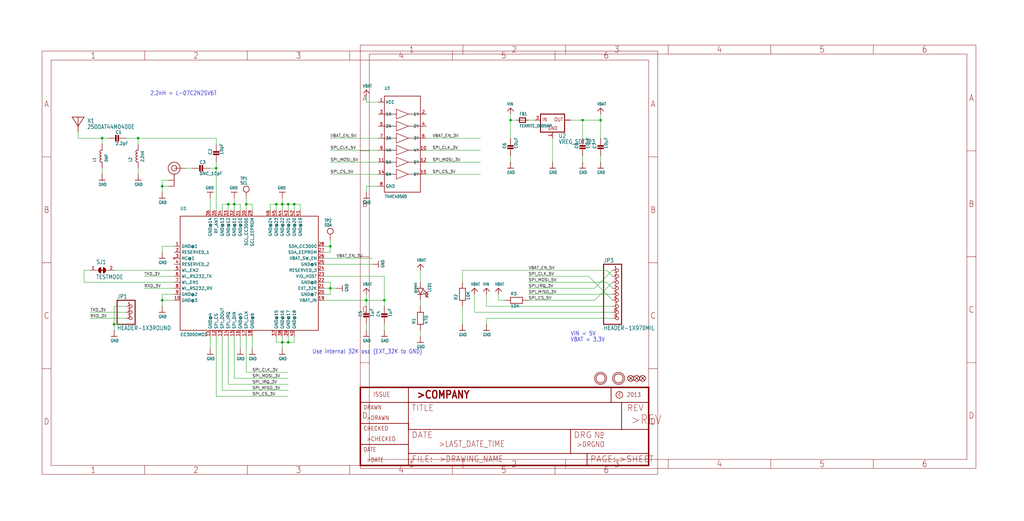
<source format=kicad_sch>
(kicad_sch (version 20211123) (generator eeschema)
  (paper "User" 433.07 220.421)
  (lib_symbols
    (symbol "schematicEagle-eagle-import:74HC4050D"
      (property "Reference" "U" (at -7.62 22.86 0))
      (property "Value" "74HC4050D" (at -7.62 -22.86 0))
      (symbol "74HC4050D_1_0"
        (pin bidirectional line (at -10.16 17.78 0) (length 2.54) (name "VCC") (number "1"))
        (pin bidirectional line (at 10.16 -2.54 180) (length 2.54) (name "4Y") (number "10"))
        (pin bidirectional line (at -10.16 -7.62 0) (length 2.54) (name "5A") (number "11"))
        (pin bidirectional line (at 10.16 -7.62 180) (length 2.54) (name "5Y") (number "12"))
        (pin bidirectional line (at -10.16 -12.7 0) (length 2.54) (name "6A") (number "14"))
        (pin bidirectional line (at 10.16 -12.7 180) (length 2.54) (name "6Y") (number "15"))
        (pin bidirectional line (at 10.16 12.7 180) (length 2.54) (name "1Y") (number "2"))
        (pin bidirectional line (at -10.16 12.7 0) (length 2.54) (name "1A") (number "3"))
        (pin bidirectional line (at 10.16 7.62 180) (length 2.54) (name "2Y") (number "4"))
        (pin bidirectional line (at -10.16 7.62 0) (length 2.54) (name "2A") (number "5"))
        (pin bidirectional line (at 10.16 2.54 180) (length 2.54) (name "3Y") (number "6"))
        (pin bidirectional line (at -10.16 2.54 0) (length 2.54) (name "3A") (number "7"))
        (pin bidirectional line (at -10.16 -17.78 0) (length 2.54) (name "GND") (number "8"))
        (pin bidirectional line (at -10.16 -2.54 0) (length 2.54) (name "4A") (number "9"))
      )
    )
    (symbol "schematicEagle-eagle-import:ANTENNA_JOHANSON_2500AT44M0400"
      (property "Reference" "X" (at 3.81 1.27 0))
      (property "Value" "ANTENNA_JOHANSON_2500AT44M0400" (at 3.81 -1.27 0))
      (symbol "ANTENNA_JOHANSON_2500AT44M0400_1_0"
        (pin passive line (at 0 -2.54 90) (length 2.54) (name "P$1") (number "FEED"))
      )
    )
    (symbol "schematicEagle-eagle-import:CAP_CERAMIC_0402"
      (property "Reference" "C" (at -1.79 0.54 90))
      (property "Value" "CAP_CERAMIC_0402" (at 3 0.54 90))
      (symbol "CAP_CERAMIC_0402_1_0"
        (pin passive line (at 0 5.08 270) (length 2.54) (name "1") (number "1"))
        (pin passive line (at 0 -2.54 90) (length 2.54) (name "2") (number "2"))
      )
    )
    (symbol "schematicEagle-eagle-import:CAP_CERAMIC_0805MP"
      (property "Reference" "C" (at -1.79 0.54 90))
      (property "Value" "CAP_CERAMIC_0805MP" (at 3 0.54 90))
      (symbol "CAP_CERAMIC_0805MP_1_0"
        (pin passive line (at 0 5.08 270) (length 2.54) (name "1") (number "1"))
        (pin passive line (at 0 -2.54 90) (length 2.54) (name "2") (number "2"))
      )
    )
    (symbol "schematicEagle-eagle-import:CC3000MOD"
      (property "Reference" "U" (at -30.48 25.4 0))
      (property "Value" "CC3000MOD" (at -30.48 -27.94 0))
      (symbol "CC3000MOD_1_0"
        (pin power_in line (at -33.02 10.16 0) (length 2.54) (name "GND@1") (number "1"))
        (pin power_in line (at -33.02 -12.7 0) (length 2.54) (name "GND@3") (number "10"))
        (pin power_in line (at -17.78 -27.94 90) (length 2.54) (name "GND@4") (number "11"))
        (pin input line (at -15.24 -27.94 90) (length 2.54) (name "SPI_CS") (number "12"))
        (pin output line (at -12.7 -27.94 90) (length 2.54) (name "SPI_DOUT") (number "13"))
        (pin output line (at -10.16 -27.94 90) (length 2.54) (name "SPI_IRQ") (number "14"))
        (pin input line (at -7.62 -27.94 90) (length 2.54) (name "SPI_DIN") (number "15"))
        (pin power_in line (at -5.08 -27.94 90) (length 2.54) (name "GND@5") (number "16"))
        (pin input line (at -2.54 -27.94 90) (length 2.54) (name "SPI_CLK") (number "17"))
        (pin power_in line (at 0 -27.94 90) (length 2.54) (name "GND@6") (number "18"))
        (pin power_in line (at 30.48 -12.7 180) (length 2.54) (name "VBAT_IN") (number "19"))
        (pin bidirectional line (at -33.02 7.62 0) (length 2.54) (name "RESERVED_1") (number "2"))
        (pin power_in line (at 30.48 -10.16 180) (length 2.54) (name "GND@7") (number "20"))
        (pin bidirectional line (at 30.48 -7.62 180) (length 2.54) (name "EXT_32K") (number "21"))
        (pin power_in line (at 30.48 -5.08 180) (length 2.54) (name "GND@8") (number "22"))
        (pin power_in line (at 30.48 -2.54 180) (length 2.54) (name "VIO_HOST") (number "23"))
        (pin bidirectional line (at 30.48 0 180) (length 2.54) (name "RESERVED_3") (number "24"))
        (pin power_in line (at 30.48 2.54 180) (length 2.54) (name "GND@9") (number "25"))
        (pin input line (at 30.48 5.08 180) (length 2.54) (name "VBAT_SW_EN") (number "26"))
        (pin bidirectional line (at 30.48 7.62 180) (length 2.54) (name "SDA_EEPROM") (number "27"))
        (pin bidirectional line (at 30.48 10.16 180) (length 2.54) (name "SDA_CC3000") (number "28"))
        (pin bidirectional line (at 0 25.4 270) (length 2.54) (name "SCL_EEPROM") (number "29"))
        (pin no_connect line (at -33.02 5.08 0) (length 2.54) (name "NC@1") (number "3"))
        (pin bidirectional line (at -2.54 25.4 270) (length 2.54) (name "SCL_CC3000") (number "30"))
        (pin power_in line (at -5.08 25.4 270) (length 2.54) (name "GND@10") (number "31"))
        (pin power_in line (at -7.62 25.4 270) (length 2.54) (name "GND@11") (number "32"))
        (pin power_in line (at -10.16 25.4 270) (length 2.54) (name "GND@12") (number "33"))
        (pin power_in line (at -12.7 25.4 270) (length 2.54) (name "GND@13") (number "34"))
        (pin bidirectional line (at -15.24 25.4 270) (length 2.54) (name "RF_ANT") (number "35"))
        (pin power_in line (at -17.78 25.4 270) (length 2.54) (name "GND@14") (number "36"))
        (pin power_in line (at 10.16 -27.94 90) (length 2.54) (name "GND@15") (number "37"))
        (pin power_in line (at 12.7 -27.94 90) (length 2.54) (name "GND@16") (number "38"))
        (pin power_in line (at 15.24 -27.94 90) (length 2.54) (name "GND@17") (number "39"))
        (pin bidirectional line (at -33.02 2.54 0) (length 2.54) (name "RESERVED_2") (number "4"))
        (pin power_in line (at 17.78 -27.94 90) (length 2.54) (name "GND@18") (number "40"))
        (pin power_in line (at 20.32 25.4 270) (length 2.54) (name "GND@19") (number "41"))
        (pin power_in line (at 17.78 25.4 270) (length 2.54) (name "GND@20") (number "42"))
        (pin power_in line (at 15.24 25.4 270) (length 2.54) (name "GND@21") (number "43"))
        (pin power_in line (at 12.7 25.4 270) (length 2.54) (name "GND@22") (number "44"))
        (pin power_in line (at 10.16 25.4 270) (length 2.54) (name "GND@23") (number "45"))
        (pin power_in line (at 7.62 25.4 270) (length 2.54) (name "GND@24") (number "46"))
        (pin input line (at -33.02 0 0) (length 2.54) (name "WL_EN2") (number "5"))
        (pin output line (at -33.02 -2.54 0) (length 2.54) (name "WL_RS232_TX") (number "6"))
        (pin input line (at -33.02 -5.08 0) (length 2.54) (name "WL_EN1") (number "7"))
        (pin input line (at -33.02 -7.62 0) (length 2.54) (name "WL_RS232_RX") (number "8"))
        (pin power_in line (at -33.02 -10.16 0) (length 2.54) (name "GND@2") (number "9"))
      )
    )
    (symbol "schematicEagle-eagle-import:FERRITE_0805MP"
      (property "Reference" "FB" (at -1.27 1.905 0))
      (property "Value" "FERRITE_0805MP" (at -1.27 -3.175 0))
      (symbol "FERRITE_0805MP_1_0"
        (pin passive line (at -2.54 0 0) (length 2.54) (name "P$1") (number "1"))
        (pin passive line (at 2.54 0 180) (length 2.54) (name "P$2") (number "2"))
      )
    )
    (symbol "schematicEagle-eagle-import:FIDUCIAL{dblquote}{dblquote}")
    (symbol "schematicEagle-eagle-import:FRAME_A4"
      (symbol "FRAME_A4_0_0"
        (text "1" (at 21.6958 1.905 0) (effects (font (size 2.54 2.286))))
        (text "1" (at 21.6958 177.165 0) (effects (font (size 2.54 2.286))))
        (text "2" (at 65.0875 1.905 0) (effects (font (size 2.54 2.286))))
        (text "2" (at 65.0875 177.165 0) (effects (font (size 2.54 2.286))))
        (text "3" (at 108.4792 1.905 0) (effects (font (size 2.54 2.286))))
        (text "3" (at 108.4792 177.165 0) (effects (font (size 2.54 2.286))))
        (text "4" (at 151.8708 1.905 0) (effects (font (size 2.54 2.286))))
        (text "4" (at 151.8708 177.165 0) (effects (font (size 2.54 2.286))))
        (text "5" (at 195.2625 1.905 0) (effects (font (size 2.54 2.286))))
        (text "5" (at 195.2625 177.165 0) (effects (font (size 2.54 2.286))))
        (text "6" (at 238.6542 1.905 0) (effects (font (size 2.54 2.286))))
        (text "6" (at 238.6542 177.165 0) (effects (font (size 2.54 2.286))))
        (text "A" (at 1.905 156.6863 0) (effects (font (size 2.54 2.286))))
        (text "A" (at 258.445 156.6863 0) (effects (font (size 2.54 2.286))))
        (text "B" (at 1.905 111.9188 0) (effects (font (size 2.54 2.286))))
        (text "B" (at 258.445 111.9188 0) (effects (font (size 2.54 2.286))))
        (text "C" (at 1.905 67.1513 0) (effects (font (size 2.54 2.286))))
        (text "C" (at 258.445 67.1513 0) (effects (font (size 2.54 2.286))))
        (text "D" (at 1.905 22.3838 0) (effects (font (size 2.54 2.286))))
        (text "D" (at 258.445 22.3838 0) (effects (font (size 2.54 2.286))))
      )
      (symbol "FRAME_A4_2_0"
        (text "PART OR WHOLE IS STRICTLY PROHIBITED WITHOUT WRITTEN PERMISSION!" (at 3.81 -5.08 0) (effects (font (size 1.27 1.0795)) (justify left bottom)))
        (text "PROPRIETARY" (at 3.81 -10.16 0) (effects (font (size 2.54 2.159) (thickness 0.4318) bold) (justify left bottom)))
        (text "THIS DRAWING CONTAINS CONFIDENTIAL INFORMATION. ANY REPRODUCTION IN" (at 3.81 -2.794 0) (effects (font (size 1.27 1.0795)) (justify left bottom)))
      )
      (symbol "FRAME_A4_3_0"
        (text "2013" (at 112.7125 30.1625 0) (effects (font (size 1.778 1.5113)) (justify left bottom)))
        (text ">CHECKED" (at 2.54 11.43 0) (effects (font (size 1.778 1.5113)) (justify left bottom)))
        (text ">COMPANY" (at 23.6538 29.3687 0) (effects (font (size 3.175 2.6987) (thickness 0.5397) bold) (justify left bottom)))
        (text ">DATE" (at 2.54 2.54 0) (effects (font (size 1.778 1.5113)) (justify left bottom)))
        (text ">DRAWING_NAME" (at 33.3375 2.54 0) (effects (font (size 2.54 2.159)) (justify left bottom)))
        (text ">DRAWN" (at 2.54 20.32 0) (effects (font (size 1.778 1.5113)) (justify left bottom)))
        (text ">DRGNO" (at 91.44 8.89 0) (effects (font (size 2.1844 1.8567)) (justify left bottom)))
        (text ">LAST_DATE_TIME" (at 33.02 8.89 0) (effects (font (size 2.54 2.159)) (justify left bottom)))
        (text ">REV" (at 114.3 18.415 0) (effects (font (size 3.81 3.2385)) (justify left bottom)))
        (text ">SHEET" (at 109.22 2.54 0) (effects (font (size 2.54 2.54)) (justify left bottom)))
        (text "C" (at 109.0612 30.48 0) (effects (font (size 1.27 1.0795)) (justify left bottom)))
        (text "CHECKED" (at 1.27 15.875 0) (effects (font (size 1.778 1.5113)) (justify left bottom)))
        (text "DATE" (at 1.27 6.985 0) (effects (font (size 1.778 1.5113)) (justify left bottom)))
        (text "DATE" (at 21.59 12.7 0) (effects (font (size 2.54 2.54)) (justify left bottom)))
        (text "DRAWN" (at 1.27 24.765 0) (effects (font (size 1.778 1.5113)) (justify left bottom)))
        (text "DRG" (at 90.17 12.7 0) (effects (font (size 2.54 2.54)) (justify left bottom)))
        (text "FILE:" (at 21.59 2.54 0) (effects (font (size 2.54 2.54)) (justify left bottom)))
        (text "ISSUE" (at 5.3975 30.1625 0) (effects (font (size 1.9304 1.6408)) (justify left bottom)))
        (text "N" (at 98.7425 12.7 0) (effects (font (size 2.54 2.54)) (justify left bottom)))
        (text "o" (at 101.2825 13.6525 0) (effects (font (size 2.1844 1.8567)) (justify left bottom)))
        (text "PAGE:" (at 97.155 2.54 0) (effects (font (size 2.54 2.54)) (justify left bottom)))
        (text "REV" (at 112.7125 24.13 0) (effects (font (size 2.54 2.54)) (justify left bottom)))
        (text "TITLE" (at 21.59 24.13 0) (effects (font (size 2.54 2.54)) (justify left bottom)))
      )
    )
    (symbol "schematicEagle-eagle-import:GND" (power)
      (property "Value" "GND" (at -1.524 -2.54 0))
      (symbol "GND_1_0"
        (pin power_in line (at 0 2.54 270) (length 2.54) (name "GND") (number "1"))
      )
    )
    (symbol "schematicEagle-eagle-import:HEADER-1X3ROUND"
      (property "Reference" "JP" (at -6.35 5.715 0))
      (property "Value" "HEADER-1X3ROUND" (at -6.35 -7.62 0))
      (symbol "HEADER-1X3ROUND_1_0"
        (pin passive inverted (at -2.54 2.54 0) (length 2.54) (name "1") (number "1"))
        (pin passive inverted (at -2.54 0 0) (length 2.54) (name "2") (number "2"))
        (pin passive inverted (at -2.54 -2.54 0) (length 2.54) (name "3") (number "3"))
      )
    )
    (symbol "schematicEagle-eagle-import:HEADER-1X970MIL"
      (property "Reference" "JP" (at -6.35 13.335 0))
      (property "Value" "HEADER-1X970MIL" (at -6.35 -15.24 0))
      (symbol "HEADER-1X970MIL_1_0"
        (pin passive inverted (at -2.54 10.16 0) (length 2.54) (name "1") (number "1"))
        (pin passive inverted (at -2.54 7.62 0) (length 2.54) (name "2") (number "2"))
        (pin passive inverted (at -2.54 5.08 0) (length 2.54) (name "3") (number "3"))
        (pin passive inverted (at -2.54 2.54 0) (length 2.54) (name "4") (number "4"))
        (pin passive inverted (at -2.54 0 0) (length 2.54) (name "5") (number "5"))
        (pin passive inverted (at -2.54 -2.54 0) (length 2.54) (name "6") (number "6"))
        (pin passive inverted (at -2.54 -5.08 0) (length 2.54) (name "7") (number "7"))
        (pin passive inverted (at -2.54 -7.62 0) (length 2.54) (name "8") (number "8"))
        (pin passive inverted (at -2.54 -10.16 0) (length 2.54) (name "9") (number "9"))
      )
    )
    (symbol "schematicEagle-eagle-import:INDUCTOR_0402"
      (property "Reference" "L" (at -2.54 2.54 0))
      (property "Value" "INDUCTOR_0402" (at -2.54 -2.54 0))
      (symbol "INDUCTOR_0402_1_0"
        (pin passive line (at -5.08 0 0) (length 2.54) (name "1") (number "1"))
        (pin passive line (at 5.08 0 180) (length 2.54) (name "2") (number "2"))
      )
    )
    (symbol "schematicEagle-eagle-import:LED0805_NOOUTLINE"
      (property "Reference" "LED" (at -5.08 3.175 0))
      (property "Value" "LED0805_NOOUTLINE" (at -5.08 -2.794 0))
      (symbol "LED0805_NOOUTLINE_1_0"
        (pin passive line (at -5.08 0 0) (length 2.54) (name "A") (number "A"))
        (pin passive line (at 2.54 0 180) (length 2.54) (name "C") (number "C"))
      )
    )
    (symbol "schematicEagle-eagle-import:MOUNTINGHOLE2.5")
    (symbol "schematicEagle-eagle-import:RESISTOR0805_NOOUTLINE"
      (property "Reference" "R" (at -2.54 2.032 0))
      (property "Value" "RESISTOR0805_NOOUTLINE" (at -2.54 -3.175 0))
      (symbol "RESISTOR0805_NOOUTLINE_1_0"
        (pin passive line (at -5.08 0 0) (length 2.54) (name "1") (number "1"))
        (pin passive line (at 5.08 0 180) (length 2.54) (name "2") (number "2"))
      )
    )
    (symbol "schematicEagle-eagle-import:RESISTOR_0805MP"
      (property "Reference" "R" (at -2.54 2.032 0))
      (property "Value" "RESISTOR_0805MP" (at -2.54 -3.175 0))
      (symbol "RESISTOR_0805MP_1_0"
        (pin passive line (at -5.08 0 0) (length 2.54) (name "1") (number "1"))
        (pin passive line (at 5.08 0 180) (length 2.54) (name "2") (number "2"))
      )
    )
    (symbol "schematicEagle-eagle-import:SOLDERJUMPER_CLOSED"
      (property "Reference" "SJ" (at -2.54 2.54 0))
      (property "Value" "SOLDERJUMPER_CLOSED" (at -2.54 -3.81 0))
      (symbol "SOLDERJUMPER_CLOSED_1_0"
        (pin passive line (at -5.08 0 0) (length 2.54) (name "1") (number "1"))
        (pin passive line (at 5.08 0 180) (length 2.54) (name "2") (number "2"))
      )
    )
    (symbol "schematicEagle-eagle-import:TESTPOINTPAD1MM"
      (property "Reference" "TP" (at -2.54 7.62 0))
      (property "Value" "TESTPOINTPAD1MM" (at -2.54 5.715 0))
      (symbol "TESTPOINTPAD1MM_1_0"
        (pin bidirectional line (at 0 0 90) (length 2.54) (name "P$1") (number "P$1"))
      )
    )
    (symbol "schematicEagle-eagle-import:U.FL"
      (symbol "U.FL_1_0"
        (pin bidirectional line (at -2.54 -5.08 0) (length 2.54) (name "GND@0") (number "P$1"))
        (pin bidirectional line (at -2.54 -7.62 0) (length 2.54) (name "GND@1") (number "P$2"))
        (pin bidirectional line (at 5.08 0 180) (length 5.08) (name "SIGNAL") (number "P$3"))
      )
    )
    (symbol "schematicEagle-eagle-import:VBAT" (power)
      (property "Value" "VBAT" (at -1.524 1.016 0))
      (symbol "VBAT_1_0"
        (pin power_in line (at 0 -2.54 90) (length 2.54) (name "VBAT") (number "1"))
      )
    )
    (symbol "schematicEagle-eagle-import:VIN" (power)
      (property "Value" "VIN" (at -1.524 1.016 0))
      (symbol "VIN_1_0"
        (pin power_in line (at 0 -2.54 90) (length 2.54) (name "VIN") (number "1"))
      )
    )
    (symbol "schematicEagle-eagle-import:VREG_SOT223"
      (property "Reference" "U" (at 2.54 -5.08 0))
      (property "Value" "VREG_SOT223" (at 2.54 -7.62 0))
      (symbol "VREG_SOT223_1_0"
        (text "GND" (at -2.032 -1.778 0) (effects (font (size 1.524 1.2954)) (justify left bottom)))
        (text "IN" (at -4.445 1.905 0) (effects (font (size 1.524 1.2954)) (justify left bottom)))
        (text "OUT" (at 0.635 1.905 0) (effects (font (size 1.524 1.2954)) (justify left bottom)))
        (pin power_in line (at 0 -5.08 90) (length 2.54) (name "GND") (number "1"))
        (pin power_in line (at 7.62 2.54 180) (length 2.54) (name "OUT") (number "2"))
        (pin power_in line (at -7.62 2.54 0) (length 2.54) (name "IN") (number "3"))
        (pin power_in line (at 7.62 2.54 180) (length 2.54) (name "OUT") (number "4"))
      )
    )
  )
  (junction (at 139.7 104.14))
  (junction (at 124.46 86.36))
  (junction (at 215.9 50.8))
  (junction (at 58.42 58.42))
  (junction (at 48.26 137.16))
  (junction (at 96.52 86.36))
  (junction (at 121.92 144.78))
  (junction (at 68.58 127))
  (junction (at 139.7 121.92))
  (junction (at 68.58 78.74))
  (junction (at 154.94 127))
  (junction (at 162.56 127))
  (junction (at 43.18 58.42))
  (junction (at 99.06 86.36))
  (junction (at 104.14 86.36))
  (junction (at 119.38 144.78))
  (junction (at 254 50.8))
  (junction (at 91.44 71.12))
  (junction (at 116.84 86.36))
  (junction (at 119.38 86.36))
  (junction (at 121.92 86.36))
  (junction (at 246.38 50.8))
  (wire (pts (xy 119.38 88.9) (xy 119.38 86.36)))
  (wire (pts (xy 254 66.04) (xy 254 68.58)))
  (wire (pts (xy 218.44 50.8) (xy 215.9 50.8)))
  (wire (pts (xy 53.34 132.08) (xy 38.1 132.08)))
  (wire (pts (xy 177.8 142.24) (xy 177.8 139.7)))
  (wire (pts (xy 124.46 86.36) (xy 127 86.36)))
  (wire (pts (xy 180.34 63.5) (xy 203.2 63.5)))
  (wire (pts (xy 101.6 86.36) (xy 101.6 88.9)))
  (wire (pts (xy 248.92 116.84) (xy 259.08 127)))
  (wire (pts (xy 215.9 50.8) (xy 215.9 58.42)))
  (wire (pts (xy 93.98 142.24) (xy 93.98 165.1)))
  (wire (pts (xy 154.94 43.18) (xy 154.94 40.64)))
  (wire (pts (xy 139.7 119.38) (xy 139.7 121.92)))
  (wire (pts (xy 73.66 119.38) (xy 35.56 119.38)))
  (wire (pts (xy 121.92 88.9) (xy 121.92 86.36)))
  (wire (pts (xy 96.52 86.36) (xy 99.06 86.36)))
  (wire (pts (xy 119.38 142.24) (xy 119.38 144.78)))
  (wire (pts (xy 256.54 114.3) (xy 195.58 114.3)))
  (wire (pts (xy 116.84 144.78) (xy 119.38 144.78)))
  (wire (pts (xy 104.14 142.24) (xy 104.14 157.48)))
  (wire (pts (xy 53.34 134.62) (xy 38.1 134.62)))
  (wire (pts (xy 137.16 116.84) (xy 162.56 116.84)))
  (wire (pts (xy 119.38 144.78) (xy 119.38 147.32)))
  (wire (pts (xy 106.68 88.9) (xy 106.68 86.36)))
  (wire (pts (xy 137.16 111.76) (xy 157.48 111.76)))
  (wire (pts (xy 254 50.8) (xy 254 58.42)))
  (wire (pts (xy 162.56 127) (xy 162.56 129.54)))
  (wire (pts (xy 68.58 104.14) (xy 68.58 106.68)))
  (wire (pts (xy 121.92 144.78) (xy 124.46 144.78)))
  (wire (pts (xy 137.16 106.68) (xy 139.7 106.68)))
  (wire (pts (xy 96.52 88.9) (xy 96.52 86.36)))
  (wire (pts (xy 81.28 71.12) (xy 78.74 71.12)))
  (wire (pts (xy 88.9 88.9) (xy 88.9 83.82)))
  (wire (pts (xy 104.14 86.36) (xy 104.14 83.82)))
  (wire (pts (xy 91.44 58.42) (xy 91.44 60.96)))
  (wire (pts (xy 124.46 88.9) (xy 124.46 86.36)))
  (wire (pts (xy 154.94 137.16) (xy 154.94 139.7)))
  (wire (pts (xy 137.16 121.92) (xy 139.7 121.92)))
  (wire (pts (xy 246.38 50.8) (xy 254 50.8)))
  (wire (pts (xy 58.42 73.66) (xy 58.42 71.12)))
  (wire (pts (xy 119.38 86.36) (xy 121.92 86.36)))
  (wire (pts (xy 256.54 119.38) (xy 259.08 121.92)))
  (wire (pts (xy 43.18 58.42) (xy 33.02 58.42)))
  (wire (pts (xy 124.46 144.78) (xy 124.46 142.24)))
  (wire (pts (xy 68.58 124.46) (xy 68.58 127)))
  (wire (pts (xy 104.14 88.9) (xy 104.14 86.36)))
  (wire (pts (xy 254 50.8) (xy 254 48.26)))
  (wire (pts (xy 48.26 129.54) (xy 53.34 129.54)))
  (wire (pts (xy 58.42 58.42) (xy 91.44 58.42)))
  (wire (pts (xy 154.94 127) (xy 162.56 127)))
  (wire (pts (xy 73.66 104.14) (xy 68.58 104.14)))
  (wire (pts (xy 160.02 78.74) (xy 154.94 78.74)))
  (wire (pts (xy 139.7 104.14) (xy 139.7 101.6)))
  (wire (pts (xy 259.08 134.62) (xy 205.74 134.62)))
  (wire (pts (xy 116.84 88.9) (xy 116.84 86.36)))
  (wire (pts (xy 215.9 66.04) (xy 215.9 68.58)))
  (wire (pts (xy 137.16 104.14) (xy 139.7 104.14)))
  (wire (pts (xy 195.58 129.54) (xy 195.58 137.16)))
  (wire (pts (xy 160.02 58.42) (xy 139.7 58.42)))
  (wire (pts (xy 73.66 114.3) (xy 48.26 114.3)))
  (wire (pts (xy 48.26 137.16) (xy 48.26 139.7)))
  (wire (pts (xy 96.52 142.24) (xy 96.52 162.56)))
  (wire (pts (xy 121.92 86.36) (xy 124.46 86.36)))
  (wire (pts (xy 99.06 83.82) (xy 99.06 86.36)))
  (wire (pts (xy 91.44 88.9) (xy 91.44 71.12)))
  (wire (pts (xy 93.98 165.1) (xy 121.92 165.1)))
  (wire (pts (xy 248.92 116.84) (xy 223.52 116.84)))
  (wire (pts (xy 99.06 142.24) (xy 99.06 160.02)))
  (wire (pts (xy 233.68 58.42) (xy 233.68 68.58)))
  (wire (pts (xy 91.44 167.64) (xy 121.92 167.64)))
  (wire (pts (xy 91.44 142.24) (xy 91.44 167.64)))
  (wire (pts (xy 91.44 68.58) (xy 91.44 71.12)))
  (wire (pts (xy 73.66 124.46) (xy 68.58 124.46)))
  (wire (pts (xy 200.66 132.08) (xy 200.66 124.46)))
  (wire (pts (xy 116.84 86.36) (xy 119.38 86.36)))
  (wire (pts (xy 160.02 68.58) (xy 139.7 68.58)))
  (wire (pts (xy 106.68 86.36) (xy 104.14 86.36)))
  (wire (pts (xy 205.74 134.62) (xy 205.74 137.16)))
  (wire (pts (xy 162.56 137.16) (xy 162.56 139.7)))
  (wire (pts (xy 137.16 109.22) (xy 157.48 109.22)))
  (wire (pts (xy 33.02 58.42) (xy 33.02 55.88)))
  (wire (pts (xy 116.84 142.24) (xy 116.84 144.78)))
  (wire (pts (xy 210.82 127) (xy 210.82 124.46)))
  (wire (pts (xy 256.54 114.3) (xy 259.08 116.84)))
  (wire (pts (xy 99.06 88.9) (xy 99.06 86.36)))
  (wire (pts (xy 154.94 78.74) (xy 154.94 81.28)))
  (wire (pts (xy 160.02 73.66) (xy 139.7 73.66)))
  (wire (pts (xy 154.94 127) (xy 154.94 124.46)))
  (wire (pts (xy 68.58 127) (xy 68.58 129.54)))
  (wire (pts (xy 43.18 60.96) (xy 43.18 58.42)))
  (wire (pts (xy 259.08 129.54) (xy 205.74 129.54)))
  (wire (pts (xy 53.34 137.16) (xy 48.26 137.16)))
  (wire (pts (xy 137.16 119.38) (xy 139.7 119.38)))
  (wire (pts (xy 71.12 78.74) (xy 68.58 78.74)))
  (wire (pts (xy 246.38 66.04) (xy 246.38 68.58)))
  (wire (pts (xy 88.9 142.24) (xy 88.9 147.32)))
  (wire (pts (xy 121.92 142.24) (xy 121.92 144.78)))
  (wire (pts (xy 142.24 121.92) (xy 139.7 121.92)))
  (wire (pts (xy 127 86.36) (xy 127 88.9)))
  (wire (pts (xy 114.3 88.9) (xy 114.3 86.36)))
  (wire (pts (xy 180.34 58.42) (xy 203.2 58.42)))
  (wire (pts (xy 93.98 86.36) (xy 96.52 86.36)))
  (wire (pts (xy 99.06 86.36) (xy 101.6 86.36)))
  (wire (pts (xy 215.9 50.8) (xy 215.9 48.26)))
  (wire (pts (xy 180.34 68.58) (xy 203.2 68.58)))
  (wire (pts (xy 139.7 106.68) (xy 139.7 104.14)))
  (wire (pts (xy 137.16 127) (xy 154.94 127)))
  (wire (pts (xy 246.38 58.42) (xy 246.38 50.8)))
  (wire (pts (xy 104.14 157.48) (xy 121.92 157.48)))
  (wire (pts (xy 259.08 132.08) (xy 200.66 132.08)))
  (wire (pts (xy 101.6 142.24) (xy 101.6 147.32)))
  (wire (pts (xy 106.68 142.24) (xy 106.68 147.32)))
  (wire (pts (xy 73.66 121.92) (xy 60.96 121.92)))
  (wire (pts (xy 58.42 58.42) (xy 58.42 60.96)))
  (wire (pts (xy 205.74 129.54) (xy 205.74 124.46)))
  (wire (pts (xy 53.34 58.42) (xy 58.42 58.42)))
  (wire (pts (xy 68.58 78.74) (xy 68.58 81.28)))
  (wire (pts (xy 162.56 116.84) (xy 162.56 127)))
  (wire (pts (xy 160.02 63.5) (xy 139.7 63.5)))
  (wire (pts (xy 223.52 124.46) (xy 259.08 124.46)))
  (wire (pts (xy 88.9 71.12) (xy 91.44 71.12)))
  (wire (pts (xy 45.72 58.42) (xy 43.18 58.42)))
  (wire (pts (xy 154.94 127) (xy 154.94 129.54)))
  (wire (pts (xy 177.8 129.54) (xy 177.8 127)))
  (wire (pts (xy 119.38 144.78) (xy 121.92 144.78)))
  (wire (pts (xy 35.56 119.38) (xy 35.56 114.3)))
  (wire (pts (xy 139.7 124.46) (xy 137.16 124.46)))
  (wire (pts (xy 241.3 50.8) (xy 246.38 50.8)))
  (wire (pts (xy 195.58 114.3) (xy 195.58 119.38)))
  (wire (pts (xy 73.66 116.84) (xy 60.96 116.84)))
  (wire (pts (xy 160.02 43.18) (xy 154.94 43.18)))
  (wire (pts (xy 213.36 127) (xy 210.82 127)))
  (wire (pts (xy 177.8 119.38) (xy 177.8 114.3)))
  (wire (pts (xy 180.34 73.66) (xy 203.2 73.66)))
  (wire (pts (xy 48.26 137.16) (xy 48.26 129.54)))
  (wire (pts (xy 251.46 127) (xy 223.52 127)))
  (wire (pts (xy 139.7 121.92) (xy 139.7 124.46)))
  (wire (pts (xy 256.54 119.38) (xy 223.52 119.38)))
  (wire (pts (xy 99.06 160.02) (xy 121.92 160.02)))
  (wire (pts (xy 93.98 88.9) (xy 93.98 86.36)))
  (wire (pts (xy 43.18 73.66) (xy 43.18 71.12)))
  (wire (pts (xy 68.58 76.2) (xy 68.58 78.74)))
  (wire (pts (xy 114.3 86.36) (xy 116.84 86.36)))
  (wire (pts (xy 251.46 127) (xy 259.08 119.38)))
  (wire (pts (xy 73.66 127) (xy 68.58 127)))
  (wire (pts (xy 35.56 114.3) (xy 38.1 114.3)))
  (wire (pts (xy 71.12 76.2) (xy 68.58 76.2)))
  (wire (pts (xy 251.46 121.92) (xy 259.08 114.3)))
  (wire (pts (xy 96.52 162.56) (xy 121.92 162.56)))
  (wire (pts (xy 119.38 86.36) (xy 119.38 83.82)))
  (wire (pts (xy 223.52 121.92) (xy 251.46 121.92)))
  (wire (pts (xy 226.06 50.8) (xy 223.52 50.8)))
  (text "Use internal 32K osc (EXT_32K to GND)" (at 132.08 149.86 180) (effects (font (size 1.778 1.5113)) (justify left bottom)))
  (text "VBAT = 3.3V" (at 241.3 144.78 180) (effects (font (size 1.778 1.5113)) (justify left bottom)))
  (text "2.2nH = L-07C2N2SV6T" (at 63.5 40.64 180) (effects (font (size 1.778 1.5113)) (justify left bottom)))
  (text "VIN = 5V" (at 241.3 142.24 180) (effects (font (size 1.778 1.5113)) (justify left bottom)))
  (label "SPI_CS_3V" (at 182.88 73.66 0) (effects (font (size 1.2446 1.2446))))
  (label "SPI_MOSI_5V" (at 139.7 68.58 0) (effects (font (size 1.2446 1.2446))))
  (label "SPI_MISO_3V" (at 106.68 165.1 0) (effects (font (size 1.2446 1.2446))))
  (label "RXD_3V" (at 38.1 134.62 0) (effects (font (size 1.2446 1.2446))))
  (label "SPI_MOSI_3V" (at 182.88 68.58 0) (effects (font (size 1.2446 1.2446))))
  (label "SPI_CLK_5V" (at 223.52 116.84 0) (effects (font (size 1.2446 1.2446))))
  (label "SPI_CLK_3V" (at 182.88 63.5 0) (effects (font (size 1.2446 1.2446))))
  (label "VBAT_EN_3V" (at 142.24 109.22 0) (effects (font (size 1.2446 1.2446))))
  (label "SPI_CS_5V" (at 223.52 127 0) (effects (font (size 1.2446 1.2446))))
  (label "SPI_IRQ_3V" (at 223.52 121.92 0) (effects (font (size 1.2446 1.2446))))
  (label "SPI_CS_3V" (at 106.68 167.64 0) (effects (font (size 1.2446 1.2446))))
  (label "TXD_3V" (at 60.96 116.84 0) (effects (font (size 1.2446 1.2446))))
  (label "SPI_MOSI_5V" (at 223.52 119.38 0) (effects (font (size 1.2446 1.2446))))
  (label "SPI_CLK_5V" (at 139.7 63.5 0) (effects (font (size 1.2446 1.2446))))
  (label "VBAT_EN_3V" (at 182.88 58.42 0) (effects (font (size 1.2446 1.2446))))
  (label "VBAT_EN_5V" (at 223.52 114.3 0) (effects (font (size 1.2446 1.2446))))
  (label "VBAT_EN_5V" (at 139.7 58.42 0) (effects (font (size 1.2446 1.2446))))
  (label "RXD_3V" (at 60.96 121.92 0) (effects (font (size 1.2446 1.2446))))
  (label "SPI_MOSI_3V" (at 106.68 160.02 0) (effects (font (size 1.2446 1.2446))))
  (label "SPI_CLK_3V" (at 106.68 157.48 0) (effects (font (size 1.2446 1.2446))))
  (label "TXD_3V" (at 38.1 132.08 0) (effects (font (size 1.2446 1.2446))))
  (label "SPI_MISO_3V" (at 223.52 124.46 0) (effects (font (size 1.2446 1.2446))))
  (label "SPI_IRQ_3V" (at 106.68 162.56 0) (effects (font (size 1.2446 1.2446))))
  (label "SPI_CS_5V" (at 139.7 73.66 0) (effects (font (size 1.2446 1.2446))))
  (symbol (lib_id "schematicEagle-eagle-import:74HC4050D") (at 170.18 60.96 0) (unit 1)
    (property "Reference" "U3" (at 162.56 38.1 0) (effects (font (size 1.27 1.0795)) (justify left bottom)))
    (property "Value" "74HC4050D" (at 162.56 83.82 0) (effects (font (size 1.27 1.0795)) (justify left bottom)))
    (property "Footprint" "schematicEagle:SOIC16" (effects hide))
  )
  (symbol (lib_id "schematicEagle-eagle-import:GND") (at 160.02 111.76 90) (unit 1)
    (property "Reference" "#U$13" (effects hide))
    (property "Value" "GND" (at 162.56 113.284 0) (effects (font (size 1.27 1.0795)) (justify left bottom)))
    (property "Footprint" "schematicEagle:" (effects hide))
  )
  (symbol (lib_id "schematicEagle-eagle-import:CAP_CERAMIC_0402") (at 83.82 71.12 270) (unit 1)
    (property "Reference" "C3" (at 84.36 69.33 90) (effects (justify left bottom)))
    (property "Value" "DNC_10pF" (at 84.36 74.12 90) (effects (justify left bottom)))
    (property "Footprint" "schematicEagle:_0402" (effects hide))
  )
  (symbol (lib_id "schematicEagle-eagle-import:GND") (at 162.56 142.24 0) (unit 1)
    (property "Reference" "#U$9" (effects hide))
    (property "Value" "GND" (at 161.036 144.78 0) (effects (font (size 1.27 1.0795)) (justify left bottom)))
    (property "Footprint" "schematicEagle:" (effects hide))
  )
  (symbol (lib_id "schematicEagle-eagle-import:GND") (at 119.38 81.28 180) (unit 1)
    (property "Reference" "#U$6" (effects hide))
    (property "Value" "GND" (at 120.904 78.74 0) (effects (font (size 1.27 1.0795)) (justify left bottom)))
    (property "Footprint" "schematicEagle:" (effects hide))
  )
  (symbol (lib_id "schematicEagle-eagle-import:VBAT") (at 254 45.72 0) (unit 1)
    (property "Reference" "#U$26" (effects hide))
    (property "Value" "VBAT" (at 252.476 44.704 0) (effects (font (size 1.27 1.0795)) (justify left bottom)))
    (property "Footprint" "schematicEagle:" (effects hide))
  )
  (symbol (lib_id "schematicEagle-eagle-import:VBAT") (at 154.94 38.1 0) (unit 1)
    (property "Reference" "#U$32" (effects hide))
    (property "Value" "VBAT" (at 153.416 37.084 0) (effects (font (size 1.27 1.0795)) (justify left bottom)))
    (property "Footprint" "schematicEagle:" (effects hide))
  )
  (symbol (lib_id "schematicEagle-eagle-import:VBAT") (at 154.94 121.92 0) (unit 1)
    (property "Reference" "#U$11" (effects hide))
    (property "Value" "VBAT" (at 153.416 120.904 0) (effects (font (size 1.27 1.0795)) (justify left bottom)))
    (property "Footprint" "schematicEagle:" (effects hide))
  )
  (symbol (lib_id "schematicEagle-eagle-import:FIDUCIAL{dblquote}{dblquote}") (at 269.24 160.02 0) (unit 1)
    (property "Reference" "FID3" (effects hide))
    (property "Value" "FIDUCIAL{dblquote}{dblquote}" (effects hide))
    (property "Footprint" "schematicEagle:FIDUCIAL_1MM" (effects hide))
    (property "Value" "FIDUCIAL{dblquote}{dblquote}" (effects hide))
  )
  (symbol (lib_id "schematicEagle-eagle-import:GND") (at 58.42 76.2 0) (unit 1)
    (property "Reference" "#U$2" (effects hide))
    (property "Value" "GND" (at 56.896 78.74 0) (effects (font (size 1.27 1.0795)) (justify left bottom)))
    (property "Footprint" "schematicEagle:" (effects hide))
  )
  (symbol (lib_id "schematicEagle-eagle-import:RESISTOR_0805MP") (at 218.44 127 0) (unit 1)
    (property "Reference" "R3" (at 215.9 124.968 0) (effects (justify left bottom)))
    (property "Value" "10K" (at 215.9 130.175 0) (effects (justify left bottom)))
    (property "Footprint" "schematicEagle:_0805MP" (effects hide))
  )
  (symbol (lib_id "schematicEagle-eagle-import:GND") (at 246.38 71.12 0) (unit 1)
    (property "Reference" "#U$29" (effects hide))
    (property "Value" "GND" (at 244.856 73.66 0) (effects (font (size 1.27 1.0795)) (justify left bottom)))
    (property "Footprint" "schematicEagle:" (effects hide))
  )
  (symbol (lib_id "schematicEagle-eagle-import:GND") (at 154.94 83.82 0) (unit 1)
    (property "Reference" "#U$33" (effects hide))
    (property "Value" "GND" (at 153.416 86.36 0) (effects (font (size 1.27 1.0795)) (justify left bottom)))
    (property "Footprint" "schematicEagle:" (effects hide))
  )
  (symbol (lib_id "schematicEagle-eagle-import:VIN") (at 205.74 121.92 0) (unit 1)
    (property "Reference" "#U$15" (effects hide))
    (property "Value" "VIN" (at 204.216 120.904 0) (effects (font (size 1.27 1.0795)) (justify left bottom)))
    (property "Footprint" "schematicEagle:" (effects hide))
  )
  (symbol (lib_id "schematicEagle-eagle-import:GND") (at 106.68 149.86 0) (unit 1)
    (property "Reference" "#U$16" (effects hide))
    (property "Value" "GND" (at 105.156 152.4 0) (effects (font (size 1.27 1.0795)) (justify left bottom)))
    (property "Footprint" "schematicEagle:" (effects hide))
  )
  (symbol (lib_id "schematicEagle-eagle-import:GND") (at 88.9 81.28 180) (unit 1)
    (property "Reference" "#U$4" (effects hide))
    (property "Value" "GND" (at 90.424 78.74 0) (effects (font (size 1.27 1.0795)) (justify left bottom)))
    (property "Footprint" "schematicEagle:" (effects hide))
  )
  (symbol (lib_id "schematicEagle-eagle-import:FRAME_A4") (at 17.78 200.66 0) (unit 1)
    (property "Reference" "#FRAME1" (effects hide))
    (property "Value" "FRAME_A4" (effects hide))
    (property "Footprint" "schematicEagle:" (effects hide))
  )
  (symbol (lib_id "schematicEagle-eagle-import:FIDUCIAL{dblquote}{dblquote}") (at 266.7 160.02 0) (unit 1)
    (property "Reference" "FID2" (effects hide))
    (property "Value" "FIDUCIAL{dblquote}{dblquote}" (effects hide))
    (property "Footprint" "schematicEagle:FIDUCIAL_1MM" (effects hide))
  )
  (symbol (lib_id "schematicEagle-eagle-import:GND") (at 205.74 139.7 0) (unit 1)
    (property "Reference" "#U$21" (effects hide))
    (property "Value" "GND" (at 204.216 142.24 0) (effects (font (size 1.27 1.0795)) (justify left bottom)))
    (property "Footprint" "schematicEagle:" (effects hide))
  )
  (symbol (lib_id "schematicEagle-eagle-import:GND") (at 68.58 109.22 0) (unit 1)
    (property "Reference" "#U$20" (effects hide))
    (property "Value" "GND" (at 67.056 111.76 0) (effects (font (size 1.27 1.0795)) (justify left bottom)))
    (property "Footprint" "schematicEagle:" (effects hide))
  )
  (symbol (lib_id "schematicEagle-eagle-import:CC3000MOD") (at 106.68 114.3 0) (unit 1)
    (property "Reference" "U1" (at 76.2 88.9 0) (effects (justify left bottom)))
    (property "Value" "CC3000MOD" (at 76.2 142.24 0) (effects (justify left bottom)))
    (property "Footprint" "schematicEagle:CC3000MOD" (effects hide))
  )
  (symbol (lib_id "schematicEagle-eagle-import:FIDUCIAL{dblquote}{dblquote}") (at 271.78 160.02 0) (unit 1)
    (property "Reference" "FID1" (effects hide))
    (property "Value" "FIDUCIAL{dblquote}{dblquote}" (effects hide))
    (property "Footprint" "schematicEagle:FIDUCIAL_1MM" (effects hide))
  )
  (symbol (lib_id "schematicEagle-eagle-import:GND") (at 215.9 71.12 0) (unit 1)
    (property "Reference" "#U$27" (effects hide))
    (property "Value" "GND" (at 214.376 73.66 0) (effects (font (size 1.27 1.0795)) (justify left bottom)))
    (property "Footprint" "schematicEagle:" (effects hide))
  )
  (symbol (lib_id "schematicEagle-eagle-import:INDUCTOR_0402") (at 43.18 66.04 90) (unit 1)
    (property "Reference" "L1" (at 40.64 68.58 0) (effects (font (size 1.27 1.0795)) (justify left bottom)))
    (property "Value" "DNP" (at 45.72 68.58 0) (effects (font (size 1.27 1.0795)) (justify left bottom)))
    (property "Footprint" "schematicEagle:_0402" (effects hide))
  )
  (symbol (lib_id "schematicEagle-eagle-import:GND") (at 177.8 144.78 0) (unit 1)
    (property "Reference" "#U$37" (effects hide))
    (property "Value" "GND" (at 176.276 147.32 0) (effects (font (size 1.27 1.0795)) (justify left bottom)))
    (property "Footprint" "schematicEagle:" (effects hide))
  )
  (symbol (lib_id "schematicEagle-eagle-import:GND") (at 101.6 149.86 0) (unit 1)
    (property "Reference" "#U$17" (effects hide))
    (property "Value" "GND" (at 100.076 152.4 0) (effects (font (size 1.27 1.0795)) (justify left bottom)))
    (property "Footprint" "schematicEagle:" (effects hide))
  )
  (symbol (lib_id "schematicEagle-eagle-import:ANTENNA_JOHANSON_2500AT44M0400") (at 33.02 53.34 0) (unit 1)
    (property "Reference" "X1" (at 36.83 52.07 0) (effects (font (size 1.778 1.5113)) (justify left bottom)))
    (property "Value" "2500AT44M0400E" (at 36.83 54.61 0) (effects (font (size 1.778 1.5113)) (justify left bottom)))
    (property "Footprint" "schematicEagle:ANT_2500AT44M0400" (effects hide))
  )
  (symbol (lib_id "schematicEagle-eagle-import:GND") (at 88.9 149.86 0) (unit 1)
    (property "Reference" "#U$18" (effects hide))
    (property "Value" "GND" (at 87.376 152.4 0) (effects (font (size 1.27 1.0795)) (justify left bottom)))
    (property "Footprint" "schematicEagle:" (effects hide))
  )
  (symbol (lib_id "schematicEagle-eagle-import:GND") (at 68.58 83.82 0) (unit 1)
    (property "Reference" "#U$3" (effects hide))
    (property "Value" "GND" (at 67.056 86.36 0) (effects (font (size 1.27 1.0795)) (justify left bottom)))
    (property "Footprint" "schematicEagle:" (effects hide))
  )
  (symbol (lib_id "schematicEagle-eagle-import:CAP_CERAMIC_0805MP") (at 215.9 63.5 0) (unit 1)
    (property "Reference" "C6" (at 214.11 62.96 90) (effects (justify left bottom)))
    (property "Value" "10µF" (at 218.9 62.96 90) (effects (justify left bottom)))
    (property "Footprint" "schematicEagle:_0805MP" (effects hide))
  )
  (symbol (lib_id "schematicEagle-eagle-import:MOUNTINGHOLE2.5") (at 261.62 160.02 0) (unit 1)
    (property "Reference" "U$24" (effects hide))
    (property "Value" "MOUNTINGHOLE2.5" (effects hide))
    (property "Footprint" "schematicEagle:MOUNTINGHOLE_2.5_PLATED" (effects hide))
  )
  (symbol (lib_id "schematicEagle-eagle-import:LED0805_NOOUTLINE") (at 177.8 124.46 270) (unit 1)
    (property "Reference" "LED1" (at 180.975 119.38 0) (effects (font (size 1.27 1.0795)) (justify left bottom)))
    (property "Value" "green" (at 175.006 119.38 0) (effects (font (size 1.27 1.0795)) (justify left bottom)))
    (property "Footprint" "schematicEagle:CHIPLED_0805_NOOUTLINE" (effects hide))
  )
  (symbol (lib_id "schematicEagle-eagle-import:GND") (at 119.38 149.86 0) (unit 1)
    (property "Reference" "#U$7" (effects hide))
    (property "Value" "GND" (at 117.856 152.4 0) (effects (font (size 1.27 1.0795)) (justify left bottom)))
    (property "Footprint" "schematicEagle:" (effects hide))
  )
  (symbol (lib_id "schematicEagle-eagle-import:MOUNTINGHOLE2.5") (at 254 160.02 0) (unit 1)
    (property "Reference" "U$34" (effects hide))
    (property "Value" "MOUNTINGHOLE2.5" (effects hide))
    (property "Footprint" "schematicEagle:MOUNTINGHOLE_2.5_PLATED" (effects hide))
  )
  (symbol (lib_id "schematicEagle-eagle-import:GND") (at 144.78 121.92 90) (unit 1)
    (property "Reference" "#U$12" (effects hide))
    (property "Value" "GND" (at 147.32 123.444 0) (effects (font (size 1.27 1.0795)) (justify left bottom)))
    (property "Footprint" "schematicEagle:" (effects hide))
  )
  (symbol (lib_id "schematicEagle-eagle-import:U.FL") (at 73.66 71.12 0) (unit 1)
    (property "Reference" "U$35" (effects hide))
    (property "Value" "U.FL" (effects hide))
    (property "Footprint" "schematicEagle:U.FL" (effects hide))
  )
  (symbol (lib_id "schematicEagle-eagle-import:HEADER-1X970MIL") (at 261.62 124.46 0) (unit 1)
    (property "Reference" "JP3" (at 255.27 111.125 0) (effects (font (size 1.778 1.5113)) (justify left bottom)))
    (property "Value" "HEADER-1X970MIL" (at 255.27 139.7 0) (effects (font (size 1.778 1.5113)) (justify left bottom)))
    (property "Footprint" "schematicEagle:1X09_ROUND_70" (effects hide))
  )
  (symbol (lib_id "schematicEagle-eagle-import:GND") (at 43.18 76.2 0) (unit 1)
    (property "Reference" "#U$1" (effects hide))
    (property "Value" "GND" (at 41.656 78.74 0) (effects (font (size 1.27 1.0795)) (justify left bottom)))
    (property "Footprint" "schematicEagle:" (effects hide))
  )
  (symbol (lib_id "schematicEagle-eagle-import:GND") (at 99.06 81.28 180) (unit 1)
    (property "Reference" "#U$5" (effects hide))
    (property "Value" "GND" (at 100.584 78.74 0) (effects (font (size 1.27 1.0795)) (justify left bottom)))
    (property "Footprint" "schematicEagle:" (effects hide))
  )
  (symbol (lib_id "schematicEagle-eagle-import:CAP_CERAMIC_0805MP") (at 246.38 63.5 0) (unit 1)
    (property "Reference" "C8" (at 244.59 62.96 90) (effects (justify left bottom)))
    (property "Value" "10µF" (at 249.38 62.96 90) (effects (justify left bottom)))
    (property "Footprint" "schematicEagle:_0805MP" (effects hide))
  )
  (symbol (lib_id "schematicEagle-eagle-import:VREG_SOT223") (at 233.68 53.34 0) (unit 1)
    (property "Reference" "U2" (at 236.22 58.42 0) (effects (font (size 1.778 1.5113)) (justify left bottom)))
    (property "Value" "VREG_SOT223" (at 236.22 60.96 0) (effects (font (size 1.778 1.5113)) (justify left bottom)))
    (property "Footprint" "schematicEagle:SOT223-R" (effects hide))
  )
  (symbol (lib_id "schematicEagle-eagle-import:GND") (at 154.94 142.24 0) (unit 1)
    (property "Reference" "#U$10" (effects hide))
    (property "Value" "GND" (at 153.416 144.78 0) (effects (font (size 1.27 1.0795)) (justify left bottom)))
    (property "Footprint" "schematicEagle:" (effects hide))
  )
  (symbol (lib_id "schematicEagle-eagle-import:CAP_CERAMIC_0805MP") (at 154.94 134.62 0) (unit 1)
    (property "Reference" "C5" (at 153.15 134.08 90) (effects (justify left bottom)))
    (property "Value" "1µF" (at 157.94 134.08 90) (effects (justify left bottom)))
    (property "Footprint" "schematicEagle:_0805MP" (effects hide))
  )
  (symbol (lib_id "schematicEagle-eagle-import:CAP_CERAMIC_0402") (at 48.26 58.42 270) (unit 1)
    (property "Reference" "C1" (at 48.8 56.63 90) (effects (justify left bottom)))
    (property "Value" "2.2pF" (at 48.8 61.42 90) (effects (justify left bottom)))
    (property "Footprint" "schematicEagle:_0402" (effects hide))
  )
  (symbol (lib_id "schematicEagle-eagle-import:RESISTOR0805_NOOUTLINE") (at 177.8 134.62 90) (unit 1)
    (property "Reference" "R1" (at 175.768 137.16 0) (effects (justify left bottom)))
    (property "Value" "470" (at 180.975 137.16 0) (effects (justify left bottom)))
    (property "Footprint" "schematicEagle:0805-NO" (effects hide))
  )
  (symbol (lib_id "schematicEagle-eagle-import:TESTPOINTPAD1MM") (at 104.14 83.82 0) (unit 1)
    (property "Reference" "TP1" (at 101.6 76.2 0) (effects (font (size 1.27 1.0795)) (justify left bottom)))
    (property "Value" "SCL" (at 101.6 78.105 0) (effects (font (size 1.27 1.0795)) (justify left bottom)))
    (property "Footprint" "schematicEagle:TESTPOINT_PAD_1MM" (effects hide))
  )
  (symbol (lib_id "schematicEagle-eagle-import:HEADER-1X3ROUND") (at 55.88 132.08 0) (unit 1)
    (property "Reference" "JP1" (at 49.53 126.365 0) (effects (font (size 1.778 1.5113)) (justify left bottom)))
    (property "Value" "HEADER-1X3ROUND" (at 49.53 139.7 0) (effects (font (size 1.778 1.5113)) (justify left bottom)))
    (property "Footprint" "schematicEagle:1X03_ROUND" (effects hide))
  )
  (symbol (lib_id "schematicEagle-eagle-import:FERRITE_0805MP") (at 220.98 50.8 0) (unit 1)
    (property "Reference" "FB1" (at 219.71 48.895 0) (effects (font (size 1.27 1.0795)) (justify left bottom)))
    (property "Value" "FERRITE_0805MP" (at 219.71 53.975 0) (effects (font (size 1.27 1.0795)) (justify left bottom)))
    (property "Footprint" "schematicEagle:_0805MP" (effects hide))
  )
  (symbol (lib_id "schematicEagle-eagle-import:CAP_CERAMIC_0402") (at 91.44 66.04 0) (unit 1)
    (property "Reference" "C2" (at 89.65 65.5 90) (effects (justify left bottom)))
    (property "Value" "10pF" (at 94.44 65.5 90) (effects (justify left bottom)))
    (property "Footprint" "schematicEagle:_0402" (effects hide))
  )
  (symbol (lib_id "schematicEagle-eagle-import:GND") (at 233.68 71.12 0) (unit 1)
    (property "Reference" "#U$30" (effects hide))
    (property "Value" "GND" (at 232.156 73.66 0) (effects (font (size 1.27 1.0795)) (justify left bottom)))
    (property "Footprint" "schematicEagle:" (effects hide))
  )
  (symbol (lib_id "schematicEagle-eagle-import:GND") (at 254 71.12 0) (unit 1)
    (property "Reference" "#U$28" (effects hide))
    (property "Value" "GND" (at 252.476 73.66 0) (effects (font (size 1.27 1.0795)) (justify left bottom)))
    (property "Footprint" "schematicEagle:" (effects hide))
  )
  (symbol (lib_id "schematicEagle-eagle-import:SOLDERJUMPER_CLOSED") (at 43.18 114.3 0) (unit 1)
    (property "Reference" "SJ1" (at 40.64 111.76 0) (effects (font (size 1.778 1.5113)) (justify left bottom)))
    (property "Value" "TESTMODE" (at 40.64 118.11 0) (effects (font (size 1.778 1.5113)) (justify left bottom)))
    (property "Footprint" "schematicEagle:SOLDERJUMPER_CLOSEDWIRE" (effects hide))
  )
  (symbol (lib_id "schematicEagle-eagle-import:GND") (at 195.58 139.7 0) (unit 1)
    (property "Reference" "#U$14" (effects hide))
    (property "Value" "GND" (at 194.056 142.24 0) (effects (font (size 1.27 1.0795)) (justify left bottom)))
    (property "Footprint" "schematicEagle:" (effects hide))
  )
  (symbol (lib_id "schematicEagle-eagle-import:GND") (at 68.58 132.08 0) (unit 1)
    (property "Reference" "#U$19" (effects hide))
    (property "Value" "GND" (at 67.056 134.62 0) (effects (font (size 1.27 1.0795)) (justify left bottom)))
    (property "Footprint" "schematicEagle:" (effects hide))
  )
  (symbol (lib_id "schematicEagle-eagle-import:VBAT") (at 200.66 121.92 0) (unit 1)
    (property "Reference" "#U$31" (effects hide))
    (property "Value" "VBAT" (at 199.136 120.904 0) (effects (font (size 1.27 1.0795)) (justify left bottom)))
    (property "Footprint" "schematicEagle:" (effects hide))
  )
  (symbol (lib_id "schematicEagle-eagle-import:CAP_CERAMIC_0805MP") (at 254 63.5 0) (unit 1)
    (property "Reference" "C7" (at 252.21 62.96 90) (effects (justify left bottom)))
    (property "Value" "10µF" (at 257 62.96 90) (effects (justify left bottom)))
    (property "Footprint" "schematicEagle:_0805MP" (effects hide))
  )
  (symbol (lib_id "schematicEagle-eagle-import:VIN") (at 215.9 45.72 0) (unit 1)
    (property "Reference" "#U$25" (effects hide))
    (property "Value" "VIN" (at 214.376 44.704 0) (effects (font (size 1.27 1.0795)) (justify left bottom)))
    (property "Footprint" "schematicEagle:" (effects hide))
  )
  (symbol (lib_id "schematicEagle-eagle-import:FRAME_A4") (at 152.4 198.12 0) (unit 3)
    (property "Reference" "#FRAME1" (effects hide))
    (property "Value" "FRAME_A4" (effects hide))
    (property "Footprint" "schematicEagle:" (effects hide))
  )
  (symbol (lib_id "schematicEagle-eagle-import:CAP_CERAMIC_0805MP") (at 162.56 134.62 0) (unit 1)
    (property "Reference" "C4" (at 160.77 134.08 90) (effects (justify left bottom)))
    (property "Value" "1µF" (at 165.56 134.08 90) (effects (justify left bottom)))
    (property "Footprint" "schematicEagle:_0805MP" (effects hide))
  )
  (symbol (lib_id "schematicEagle-eagle-import:RESISTOR_0805MP") (at 195.58 124.46 90) (unit 1)
    (property "Reference" "R2" (at 193.548 127 0) (effects (justify left bottom)))
    (property "Value" "10K" (at 198.755 127 0) (effects (justify left bottom)))
    (property "Footprint" "schematicEagle:_0805MP" (effects hide))
  )
  (symbol (lib_id "schematicEagle-eagle-import:VBAT") (at 210.82 121.92 0) (unit 1)
    (property "Reference" "#U$22" (effects hide))
    (property "Value" "VBAT" (at 209.296 120.904 0) (effects (font (size 1.27 1.0795)) (justify left bottom)))
    (property "Footprint" "schematicEagle:" (effects hide))
  )
  (symbol (lib_id "schematicEagle-eagle-import:TESTPOINTPAD1MM") (at 139.7 101.6 0) (unit 1)
    (property "Reference" "TP2" (at 137.16 93.98 0) (effects (font (size 1.27 1.0795)) (justify left bottom)))
    (property "Value" "SDA" (at 137.16 95.885 0) (effects (font (size 1.27 1.0795)) (justify left bottom)))
    (property "Footprint" "schematicEagle:TESTPOINT_PAD_1MM" (effects hide))
  )
  (symbol (lib_id "schematicEagle-eagle-import:GND") (at 48.26 142.24 0) (unit 1)
    (property "Reference" "#U$23" (effects hide))
    (property "Value" "GND" (at 46.736 144.78 0) (effects (font (size 1.27 1.0795)) (justify left bottom)))
    (property "Footprint" "schematicEagle:" (effects hide))
  )
  (symbol (lib_id "schematicEagle-eagle-import:VBAT") (at 177.8 111.76 0) (unit 1)
    (property "Reference" "#U$38" (effects hide))
    (property "Value" "VBAT" (at 176.276 110.744 0) (effects (font (size 1.27 1.0795)) (justify left bottom)))
    (property "Footprint" "schematicEagle:" (effects hide))
  )
  (symbol (lib_id "schematicEagle-eagle-import:INDUCTOR_0402") (at 58.42 66.04 90) (unit 1)
    (property "Reference" "L2" (at 55.88 68.58 0) (effects (font (size 1.27 1.0795)) (justify left bottom)))
    (property "Value" "2.2nH" (at 60.96 68.58 0) (effects (font (size 1.27 1.0795)) (justify left bottom)))
    (property "Footprint" "schematicEagle:_0402" (effects hide))
  )
)
</source>
